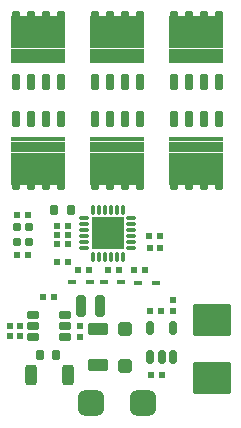
<source format=gtp>
G04*
G04 #@! TF.GenerationSoftware,Altium Limited,Altium Designer,22.8.2 (66)*
G04*
G04 Layer_Color=8421504*
%FSLAX44Y44*%
%MOMM*%
G71*
G04*
G04 #@! TF.SameCoordinates,D88EF3AF-AA8D-4CAB-B9DB-13285413298B*
G04*
G04*
G04 #@! TF.FilePolarity,Positive*
G04*
G01*
G75*
G04:AMPARAMS|DCode=16|XSize=1.35mm|YSize=0.71mm|CornerRadius=0.1775mm|HoleSize=0mm|Usage=FLASHONLY|Rotation=270.000|XOffset=0mm|YOffset=0mm|HoleType=Round|Shape=RoundedRectangle|*
%AMROUNDEDRECTD16*
21,1,1.3500,0.3550,0,0,270.0*
21,1,0.9950,0.7100,0,0,270.0*
1,1,0.3550,-0.1775,-0.4975*
1,1,0.3550,-0.1775,0.4975*
1,1,0.3550,0.1775,0.4975*
1,1,0.3550,0.1775,-0.4975*
%
%ADD16ROUNDEDRECTD16*%
G04:AMPARAMS|DCode=17|XSize=0.75mm|YSize=1mm|CornerRadius=0.1875mm|HoleSize=0mm|Usage=FLASHONLY|Rotation=180.000|XOffset=0mm|YOffset=0mm|HoleType=Round|Shape=RoundedRectangle|*
%AMROUNDEDRECTD17*
21,1,0.7500,0.6250,0,0,180.0*
21,1,0.3750,1.0000,0,0,180.0*
1,1,0.3750,-0.1875,0.3125*
1,1,0.3750,0.1875,0.3125*
1,1,0.3750,0.1875,-0.3125*
1,1,0.3750,-0.1875,-0.3125*
%
%ADD17ROUNDEDRECTD17*%
%ADD18R,4.5600X0.9100*%
%ADD19R,4.5600X0.4300*%
%ADD20R,4.5600X2.7300*%
G04:AMPARAMS|DCode=21|XSize=0.58mm|YSize=0.58mm|CornerRadius=0.1508mm|HoleSize=0mm|Usage=FLASHONLY|Rotation=270.000|XOffset=0mm|YOffset=0mm|HoleType=Round|Shape=RoundedRectangle|*
%AMROUNDEDRECTD21*
21,1,0.5800,0.2784,0,0,270.0*
21,1,0.2784,0.5800,0,0,270.0*
1,1,0.3016,-0.1392,-0.1392*
1,1,0.3016,-0.1392,0.1392*
1,1,0.3016,0.1392,0.1392*
1,1,0.3016,0.1392,-0.1392*
%
%ADD21ROUNDEDRECTD21*%
G04:AMPARAMS|DCode=22|XSize=0.64mm|YSize=0.42mm|CornerRadius=0.105mm|HoleSize=0mm|Usage=FLASHONLY|Rotation=0.000|XOffset=0mm|YOffset=0mm|HoleType=Round|Shape=RoundedRectangle|*
%AMROUNDEDRECTD22*
21,1,0.6400,0.2100,0,0,0.0*
21,1,0.4300,0.4200,0,0,0.0*
1,1,0.2100,0.2150,-0.1050*
1,1,0.2100,-0.2150,-0.1050*
1,1,0.2100,-0.2150,0.1050*
1,1,0.2100,0.2150,0.1050*
%
%ADD22ROUNDEDRECTD22*%
G04:AMPARAMS|DCode=23|XSize=0.58mm|YSize=0.58mm|CornerRadius=0.1508mm|HoleSize=0mm|Usage=FLASHONLY|Rotation=0.000|XOffset=0mm|YOffset=0mm|HoleType=Round|Shape=RoundedRectangle|*
%AMROUNDEDRECTD23*
21,1,0.5800,0.2784,0,0,0.0*
21,1,0.2784,0.5800,0,0,0.0*
1,1,0.3016,0.1392,-0.1392*
1,1,0.3016,-0.1392,-0.1392*
1,1,0.3016,-0.1392,0.1392*
1,1,0.3016,0.1392,0.1392*
%
%ADD23ROUNDEDRECTD23*%
G04:AMPARAMS|DCode=24|XSize=1.22mm|YSize=1.2mm|CornerRadius=0.3mm|HoleSize=0mm|Usage=FLASHONLY|Rotation=0.000|XOffset=0mm|YOffset=0mm|HoleType=Round|Shape=RoundedRectangle|*
%AMROUNDEDRECTD24*
21,1,1.2200,0.6000,0,0,0.0*
21,1,0.6200,1.2000,0,0,0.0*
1,1,0.6000,0.3100,-0.3000*
1,1,0.6000,-0.3100,-0.3000*
1,1,0.6000,-0.3100,0.3000*
1,1,0.6000,0.3100,0.3000*
%
%ADD24ROUNDEDRECTD24*%
G04:AMPARAMS|DCode=25|XSize=1.2mm|YSize=0.6mm|CornerRadius=0.15mm|HoleSize=0mm|Usage=FLASHONLY|Rotation=90.000|XOffset=0mm|YOffset=0mm|HoleType=Round|Shape=RoundedRectangle|*
%AMROUNDEDRECTD25*
21,1,1.2000,0.3000,0,0,90.0*
21,1,0.9000,0.6000,0,0,90.0*
1,1,0.3000,0.1500,0.4500*
1,1,0.3000,0.1500,-0.4500*
1,1,0.3000,-0.1500,-0.4500*
1,1,0.3000,-0.1500,0.4500*
%
%ADD25ROUNDEDRECTD25*%
%ADD26R,2.8000X2.8000*%
G04:AMPARAMS|DCode=27|XSize=0.8mm|YSize=0.3mm|CornerRadius=0.075mm|HoleSize=0mm|Usage=FLASHONLY|Rotation=0.000|XOffset=0mm|YOffset=0mm|HoleType=Round|Shape=RoundedRectangle|*
%AMROUNDEDRECTD27*
21,1,0.8000,0.1500,0,0,0.0*
21,1,0.6500,0.3000,0,0,0.0*
1,1,0.1500,0.3250,-0.0750*
1,1,0.1500,-0.3250,-0.0750*
1,1,0.1500,-0.3250,0.0750*
1,1,0.1500,0.3250,0.0750*
%
%ADD27ROUNDEDRECTD27*%
G04:AMPARAMS|DCode=28|XSize=0.8mm|YSize=0.3mm|CornerRadius=0.075mm|HoleSize=0mm|Usage=FLASHONLY|Rotation=270.000|XOffset=0mm|YOffset=0mm|HoleType=Round|Shape=RoundedRectangle|*
%AMROUNDEDRECTD28*
21,1,0.8000,0.1500,0,0,270.0*
21,1,0.6500,0.3000,0,0,270.0*
1,1,0.1500,-0.0750,-0.3250*
1,1,0.1500,-0.0750,0.3250*
1,1,0.1500,0.0750,0.3250*
1,1,0.1500,0.0750,-0.3250*
%
%ADD28ROUNDEDRECTD28*%
G04:AMPARAMS|DCode=29|XSize=1.8mm|YSize=0.8mm|CornerRadius=0.2mm|HoleSize=0mm|Usage=FLASHONLY|Rotation=90.000|XOffset=0mm|YOffset=0mm|HoleType=Round|Shape=RoundedRectangle|*
%AMROUNDEDRECTD29*
21,1,1.8000,0.4000,0,0,90.0*
21,1,1.4000,0.8000,0,0,90.0*
1,1,0.4000,0.2000,0.7000*
1,1,0.4000,0.2000,-0.7000*
1,1,0.4000,-0.2000,-0.7000*
1,1,0.4000,-0.2000,0.7000*
%
%ADD29ROUNDEDRECTD29*%
G04:AMPARAMS|DCode=30|XSize=1mm|YSize=1.77mm|CornerRadius=0.25mm|HoleSize=0mm|Usage=FLASHONLY|Rotation=270.000|XOffset=0mm|YOffset=0mm|HoleType=Round|Shape=RoundedRectangle|*
%AMROUNDEDRECTD30*
21,1,1.0000,1.2700,0,0,270.0*
21,1,0.5000,1.7700,0,0,270.0*
1,1,0.5000,-0.6350,-0.2500*
1,1,0.5000,-0.6350,0.2500*
1,1,0.5000,0.6350,0.2500*
1,1,0.5000,0.6350,-0.2500*
%
%ADD30ROUNDEDRECTD30*%
G04:AMPARAMS|DCode=31|XSize=1mm|YSize=1.77mm|CornerRadius=0.25mm|HoleSize=0mm|Usage=FLASHONLY|Rotation=270.000|XOffset=0mm|YOffset=0mm|HoleType=Round|Shape=RoundedRectangle|*
%AMROUNDEDRECTD31*
21,1,1.0000,1.2700,0,0,270.0*
21,1,0.5000,1.7700,0,0,270.0*
1,1,0.5000,-0.6350,-0.2500*
1,1,0.5000,-0.6350,0.2500*
1,1,0.5000,0.6350,0.2500*
1,1,0.5000,0.6350,-0.2500*
%
%ADD31ROUNDEDRECTD31*%
G04:AMPARAMS|DCode=32|XSize=2.2mm|YSize=2.15mm|CornerRadius=0.5375mm|HoleSize=0mm|Usage=FLASHONLY|Rotation=180.000|XOffset=0mm|YOffset=0mm|HoleType=Round|Shape=RoundedRectangle|*
%AMROUNDEDRECTD32*
21,1,2.2000,1.0750,0,0,180.0*
21,1,1.1250,2.1500,0,0,180.0*
1,1,1.0750,-0.5625,0.5375*
1,1,1.0750,0.5625,0.5375*
1,1,1.0750,0.5625,-0.5375*
1,1,1.0750,-0.5625,-0.5375*
%
%ADD32ROUNDEDRECTD32*%
G04:AMPARAMS|DCode=33|XSize=0.7mm|YSize=0.7mm|CornerRadius=0.1785mm|HoleSize=0mm|Usage=FLASHONLY|Rotation=0.000|XOffset=0mm|YOffset=0mm|HoleType=Round|Shape=RoundedRectangle|*
%AMROUNDEDRECTD33*
21,1,0.7000,0.3430,0,0,0.0*
21,1,0.3430,0.7000,0,0,0.0*
1,1,0.3570,0.1715,-0.1715*
1,1,0.3570,-0.1715,-0.1715*
1,1,0.3570,-0.1715,0.1715*
1,1,0.3570,0.1715,0.1715*
%
%ADD33ROUNDEDRECTD33*%
G04:AMPARAMS|DCode=34|XSize=0.7mm|YSize=0.7mm|CornerRadius=0.1785mm|HoleSize=0mm|Usage=FLASHONLY|Rotation=0.000|XOffset=0mm|YOffset=0mm|HoleType=Round|Shape=RoundedRectangle|*
%AMROUNDEDRECTD34*
21,1,0.7000,0.3430,0,0,0.0*
21,1,0.3430,0.7000,0,0,0.0*
1,1,0.3570,0.1715,-0.1715*
1,1,0.3570,-0.1715,-0.1715*
1,1,0.3570,-0.1715,0.1715*
1,1,0.3570,0.1715,0.1715*
%
%ADD34ROUNDEDRECTD34*%
G04:AMPARAMS|DCode=35|XSize=0.7mm|YSize=0.7mm|CornerRadius=0.1785mm|HoleSize=0mm|Usage=FLASHONLY|Rotation=90.000|XOffset=0mm|YOffset=0mm|HoleType=Round|Shape=RoundedRectangle|*
%AMROUNDEDRECTD35*
21,1,0.7000,0.3430,0,0,90.0*
21,1,0.3430,0.7000,0,0,90.0*
1,1,0.3570,0.1715,0.1715*
1,1,0.3570,0.1715,-0.1715*
1,1,0.3570,-0.1715,-0.1715*
1,1,0.3570,-0.1715,0.1715*
%
%ADD35ROUNDEDRECTD35*%
G04:AMPARAMS|DCode=36|XSize=0.7mm|YSize=0.7mm|CornerRadius=0.1785mm|HoleSize=0mm|Usage=FLASHONLY|Rotation=0.000|XOffset=0mm|YOffset=0mm|HoleType=Round|Shape=RoundedRectangle|*
%AMROUNDEDRECTD36*
21,1,0.7000,0.3430,0,0,0.0*
21,1,0.3430,0.7000,0,0,0.0*
1,1,0.3570,0.1715,-0.1715*
1,1,0.3570,-0.1715,-0.1715*
1,1,0.3570,-0.1715,0.1715*
1,1,0.3570,0.1715,0.1715*
%
%ADD36ROUNDEDRECTD36*%
G04:AMPARAMS|DCode=37|XSize=1.1mm|YSize=0.6mm|CornerRadius=0.15mm|HoleSize=0mm|Usage=FLASHONLY|Rotation=180.000|XOffset=0mm|YOffset=0mm|HoleType=Round|Shape=RoundedRectangle|*
%AMROUNDEDRECTD37*
21,1,1.1000,0.3000,0,0,180.0*
21,1,0.8000,0.6000,0,0,180.0*
1,1,0.3000,-0.4000,0.1500*
1,1,0.3000,0.4000,0.1500*
1,1,0.3000,0.4000,-0.1500*
1,1,0.3000,-0.4000,-0.1500*
%
%ADD37ROUNDEDRECTD37*%
G04:AMPARAMS|DCode=38|XSize=1mm|YSize=1.77mm|CornerRadius=0.25mm|HoleSize=0mm|Usage=FLASHONLY|Rotation=0.000|XOffset=0mm|YOffset=0mm|HoleType=Round|Shape=RoundedRectangle|*
%AMROUNDEDRECTD38*
21,1,1.0000,1.2700,0,0,0.0*
21,1,0.5000,1.7700,0,0,0.0*
1,1,0.5000,0.2500,-0.6350*
1,1,0.5000,-0.2500,-0.6350*
1,1,0.5000,-0.2500,0.6350*
1,1,0.5000,0.2500,0.6350*
%
%ADD38ROUNDEDRECTD38*%
G04:AMPARAMS|DCode=39|XSize=1mm|YSize=1.77mm|CornerRadius=0.25mm|HoleSize=0mm|Usage=FLASHONLY|Rotation=0.000|XOffset=0mm|YOffset=0mm|HoleType=Round|Shape=RoundedRectangle|*
%AMROUNDEDRECTD39*
21,1,1.0000,1.2700,0,0,0.0*
21,1,0.5000,1.7700,0,0,0.0*
1,1,0.5000,0.2500,-0.6350*
1,1,0.5000,-0.2500,-0.6350*
1,1,0.5000,-0.2500,0.6350*
1,1,0.5000,0.2500,0.6350*
%
%ADD39ROUNDEDRECTD39*%
G04:AMPARAMS|DCode=40|XSize=0.74mm|YSize=0.83mm|CornerRadius=0.1887mm|HoleSize=0mm|Usage=FLASHONLY|Rotation=180.000|XOffset=0mm|YOffset=0mm|HoleType=Round|Shape=RoundedRectangle|*
%AMROUNDEDRECTD40*
21,1,0.7400,0.4526,0,0,180.0*
21,1,0.3626,0.8300,0,0,180.0*
1,1,0.3774,-0.1813,0.2263*
1,1,0.3774,0.1813,0.2263*
1,1,0.3774,0.1813,-0.2263*
1,1,0.3774,-0.1813,-0.2263*
%
%ADD40ROUNDEDRECTD40*%
G04:AMPARAMS|DCode=41|XSize=2.78mm|YSize=3.22mm|CornerRadius=0.2502mm|HoleSize=0mm|Usage=FLASHONLY|Rotation=270.000|XOffset=0mm|YOffset=0mm|HoleType=Round|Shape=RoundedRectangle|*
%AMROUNDEDRECTD41*
21,1,2.7800,2.7196,0,0,270.0*
21,1,2.2796,3.2200,0,0,270.0*
1,1,0.5004,-1.3598,-1.1398*
1,1,0.5004,-1.3598,1.1398*
1,1,0.5004,1.3598,1.1398*
1,1,0.5004,1.3598,-1.1398*
%
%ADD41ROUNDEDRECTD41*%
G04:AMPARAMS|DCode=42|XSize=2.78mm|YSize=3.22mm|CornerRadius=0.2502mm|HoleSize=0mm|Usage=FLASHONLY|Rotation=270.000|XOffset=0mm|YOffset=0mm|HoleType=Round|Shape=RoundedRectangle|*
%AMROUNDEDRECTD42*
21,1,2.7800,2.7196,0,0,270.0*
21,1,2.2796,3.2200,0,0,270.0*
1,1,0.5004,-1.3598,-1.1398*
1,1,0.5004,-1.3598,1.1398*
1,1,0.5004,1.3598,1.1398*
1,1,0.5004,1.3598,-1.1398*
%
%ADD42ROUNDEDRECTD42*%
D16*
X13950Y279500D02*
D03*
X26650D02*
D03*
X39350D02*
D03*
X52050D02*
D03*
X13950Y310500D02*
D03*
X26650D02*
D03*
X39350D02*
D03*
X52050D02*
D03*
X80950Y279500D02*
D03*
X93650D02*
D03*
X106350D02*
D03*
X119050D02*
D03*
X80950Y310500D02*
D03*
X93650D02*
D03*
X106350D02*
D03*
X119050D02*
D03*
X147950Y279500D02*
D03*
X160650D02*
D03*
X173350D02*
D03*
X186050D02*
D03*
X147950Y310500D02*
D03*
X160650D02*
D03*
X173350D02*
D03*
X186050D02*
D03*
D17*
X39350Y224000D02*
D03*
X26650D02*
D03*
X13950D02*
D03*
X52050D02*
D03*
X13950Y366000D02*
D03*
X52050D02*
D03*
X39350D02*
D03*
X26650D02*
D03*
X106350Y224000D02*
D03*
X93650D02*
D03*
X80950D02*
D03*
X119050D02*
D03*
X80950Y366000D02*
D03*
X119050D02*
D03*
X106350D02*
D03*
X93650D02*
D03*
X173350Y224000D02*
D03*
X160650D02*
D03*
X147950D02*
D03*
X186050D02*
D03*
X147950Y366000D02*
D03*
X186050D02*
D03*
X173350D02*
D03*
X160650D02*
D03*
D18*
X33000Y255360D02*
D03*
Y334640D02*
D03*
X100000Y255360D02*
D03*
Y334640D02*
D03*
X167000Y255360D02*
D03*
Y334640D02*
D03*
D19*
X33000Y262010D02*
D03*
Y327990D02*
D03*
X100000Y262010D02*
D03*
Y327990D02*
D03*
X167000Y262010D02*
D03*
Y327990D02*
D03*
D20*
X33000Y237210D02*
D03*
Y352790D02*
D03*
X100000Y237210D02*
D03*
Y352790D02*
D03*
X167000Y237210D02*
D03*
Y352790D02*
D03*
D21*
X147008Y125600D02*
D03*
Y116400D02*
D03*
X68635Y103912D02*
D03*
Y94712D02*
D03*
X8750Y104350D02*
D03*
Y95150D02*
D03*
X17500D02*
D03*
Y104350D02*
D03*
D22*
X117495Y140496D02*
D03*
X132495D02*
D03*
X103505Y141004D02*
D03*
X88504D02*
D03*
X61996Y140996D02*
D03*
X76996D02*
D03*
D23*
X123242Y151000D02*
D03*
X114042D02*
D03*
X136450Y169636D02*
D03*
X127250D02*
D03*
X135959Y179769D02*
D03*
X126759D02*
D03*
X137108Y116500D02*
D03*
X127908D02*
D03*
X101600Y151000D02*
D03*
X92400D02*
D03*
X76247D02*
D03*
X67047D02*
D03*
X49300Y173591D02*
D03*
X58500D02*
D03*
X49300Y181222D02*
D03*
X58500D02*
D03*
X49300Y188853D02*
D03*
X58500D02*
D03*
X49300Y157959D02*
D03*
X58500D02*
D03*
X24600Y164000D02*
D03*
X15400D02*
D03*
X46230Y128399D02*
D03*
X37030D02*
D03*
X137600Y62508D02*
D03*
X128400D02*
D03*
X15400Y198000D02*
D03*
X24600D02*
D03*
D24*
X106496Y101505D02*
D03*
Y70505D02*
D03*
D25*
X128000Y77500D02*
D03*
X137500D02*
D03*
X147000D02*
D03*
Y102500D02*
D03*
X128000D02*
D03*
D26*
X91996Y182505D02*
D03*
D27*
X111996Y195005D02*
D03*
Y190005D02*
D03*
Y185005D02*
D03*
Y180005D02*
D03*
Y175005D02*
D03*
Y170005D02*
D03*
X71996D02*
D03*
Y175005D02*
D03*
Y180005D02*
D03*
Y185005D02*
D03*
Y190005D02*
D03*
Y195005D02*
D03*
D28*
X104496Y162505D02*
D03*
X99496D02*
D03*
X94496D02*
D03*
X89496D02*
D03*
X84496D02*
D03*
X79496D02*
D03*
Y202505D02*
D03*
X84496D02*
D03*
X89496D02*
D03*
X94496D02*
D03*
X99496D02*
D03*
X104496D02*
D03*
D29*
X85008Y121036D02*
D03*
X69008D02*
D03*
D30*
X83750Y70650D02*
D03*
D31*
Y101350D02*
D03*
D32*
X122000Y38496D02*
D03*
X78000D02*
D03*
D33*
X25250Y175000D02*
D03*
D34*
X14750D02*
D03*
D35*
X14750Y187500D02*
D03*
D36*
X25250D02*
D03*
D37*
X29005Y94505D02*
D03*
Y104004D02*
D03*
Y113504D02*
D03*
X56005D02*
D03*
Y104004D02*
D03*
Y94505D02*
D03*
D38*
X57850Y62472D02*
D03*
D39*
X27150D02*
D03*
D40*
X34550Y79492D02*
D03*
X48450D02*
D03*
X46550Y202000D02*
D03*
X60450D02*
D03*
D41*
X179996Y60346D02*
D03*
D42*
Y108646D02*
D03*
M02*

</source>
